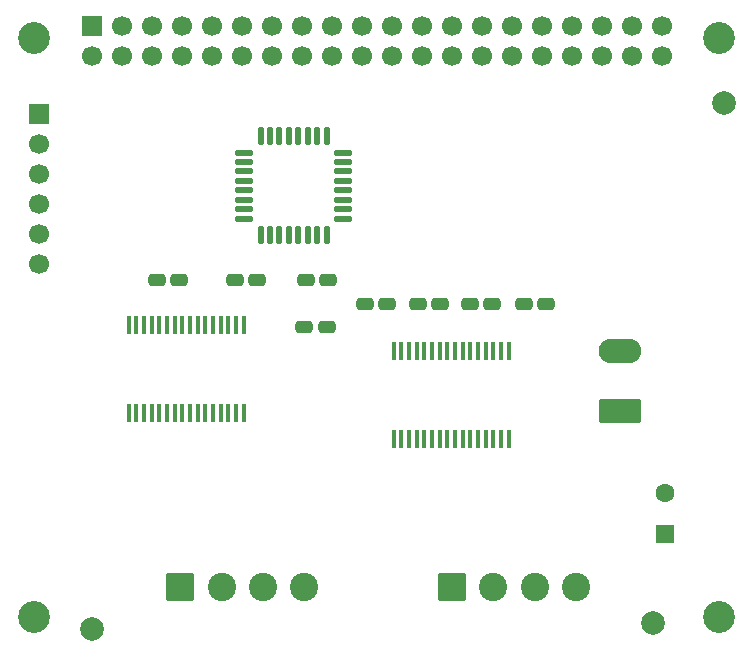
<source format=gts>
%TF.GenerationSoftware,KiCad,Pcbnew,9.0.7*%
%TF.CreationDate,2026-02-05T23:33:27-06:00*%
%TF.ProjectId,dac_amp,6461635f-616d-4702-9e6b-696361645f70,rev?*%
%TF.SameCoordinates,Original*%
%TF.FileFunction,Soldermask,Top*%
%TF.FilePolarity,Negative*%
%FSLAX46Y46*%
G04 Gerber Fmt 4.6, Leading zero omitted, Abs format (unit mm)*
G04 Created by KiCad (PCBNEW 9.0.7) date 2026-02-05 23:33:27*
%MOMM*%
%LPD*%
G01*
G04 APERTURE LIST*
G04 Aperture macros list*
%AMRoundRect*
0 Rectangle with rounded corners*
0 $1 Rounding radius*
0 $2 $3 $4 $5 $6 $7 $8 $9 X,Y pos of 4 corners*
0 Add a 4 corners polygon primitive as box body*
4,1,4,$2,$3,$4,$5,$6,$7,$8,$9,$2,$3,0*
0 Add four circle primitives for the rounded corners*
1,1,$1+$1,$2,$3*
1,1,$1+$1,$4,$5*
1,1,$1+$1,$6,$7*
1,1,$1+$1,$8,$9*
0 Add four rect primitives between the rounded corners*
20,1,$1+$1,$2,$3,$4,$5,0*
20,1,$1+$1,$4,$5,$6,$7,0*
20,1,$1+$1,$6,$7,$8,$9,0*
20,1,$1+$1,$8,$9,$2,$3,0*%
G04 Aperture macros list end*
%ADD10C,2.000000*%
%ADD11RoundRect,0.250001X-0.949999X-0.949999X0.949999X-0.949999X0.949999X0.949999X-0.949999X0.949999X0*%
%ADD12C,2.400000*%
%ADD13RoundRect,0.250000X0.550000X-0.550000X0.550000X0.550000X-0.550000X0.550000X-0.550000X-0.550000X0*%
%ADD14C,1.600000*%
%ADD15RoundRect,0.137500X-0.137500X0.600000X-0.137500X-0.600000X0.137500X-0.600000X0.137500X0.600000X0*%
%ADD16RoundRect,0.137500X-0.600000X0.137500X-0.600000X-0.137500X0.600000X-0.137500X0.600000X0.137500X0*%
%ADD17RoundRect,0.100000X-0.100000X0.687500X-0.100000X-0.687500X0.100000X-0.687500X0.100000X0.687500X0*%
%ADD18R,1.700000X1.700000*%
%ADD19C,1.700000*%
%ADD20RoundRect,0.250001X-0.949999X0.949999X-0.949999X-0.949999X0.949999X-0.949999X0.949999X0.949999X0*%
%ADD21C,2.700000*%
%ADD22RoundRect,0.249999X-1.550001X0.790001X-1.550001X-0.790001X1.550001X-0.790001X1.550001X0.790001X0*%
%ADD23O,3.600000X2.080000*%
%ADD24RoundRect,0.250000X-0.475000X0.250000X-0.475000X-0.250000X0.475000X-0.250000X0.475000X0.250000X0*%
%ADD25RoundRect,0.250000X0.475000X-0.250000X0.475000X0.250000X-0.475000X0.250000X-0.475000X-0.250000X0*%
G04 APERTURE END LIST*
D10*
%TO.C,REF\u002A\u002A*%
X157500000Y-86000000D03*
%TD*%
%TO.C,REF\u002A\u002A*%
X163500000Y-42000000D03*
%TD*%
%TO.C,REF\u002A\u002A*%
X110000000Y-86500000D03*
%TD*%
D11*
%TO.C,J3*%
X117500000Y-83000000D03*
D12*
X121000000Y-83000000D03*
X124500000Y-83000000D03*
X128000000Y-83000000D03*
%TD*%
D13*
%TO.C,C31*%
X158500000Y-78500000D03*
D14*
X158500000Y-75000000D03*
%TD*%
D15*
%TO.C,U1*%
X129887500Y-44837500D03*
X129087500Y-44837500D03*
X128287500Y-44837500D03*
X127487500Y-44837500D03*
X126687500Y-44837500D03*
X125887500Y-44837500D03*
X125087500Y-44837500D03*
X124287500Y-44837500D03*
D16*
X122925000Y-46200000D03*
X122925000Y-47000000D03*
X122925000Y-47800000D03*
X122925000Y-48600000D03*
X122925000Y-49400000D03*
X122925000Y-50200000D03*
X122925000Y-51000000D03*
X122925000Y-51800000D03*
D15*
X124287500Y-53162500D03*
X125087500Y-53162500D03*
X125887500Y-53162500D03*
X126687500Y-53162500D03*
X127487500Y-53162500D03*
X128287500Y-53162500D03*
X129087500Y-53162500D03*
X129887500Y-53162500D03*
D16*
X131250000Y-51800000D03*
X131250000Y-51000000D03*
X131250000Y-50200000D03*
X131250000Y-49400000D03*
X131250000Y-48600000D03*
X131250000Y-47800000D03*
X131250000Y-47000000D03*
X131250000Y-46200000D03*
%TD*%
D17*
%TO.C,U3*%
X122875000Y-60787500D03*
X122225000Y-60787500D03*
X121575000Y-60787500D03*
X120925000Y-60787500D03*
X120275000Y-60787500D03*
X119625000Y-60787500D03*
X118975000Y-60787500D03*
X118325000Y-60787500D03*
X117675000Y-60787500D03*
X117025000Y-60787500D03*
X116375000Y-60787500D03*
X115725000Y-60787500D03*
X115075000Y-60787500D03*
X114425000Y-60787500D03*
X113775000Y-60787500D03*
X113125000Y-60787500D03*
X113125000Y-68212500D03*
X113775000Y-68212500D03*
X114425000Y-68212500D03*
X115075000Y-68212500D03*
X115725000Y-68212500D03*
X116375000Y-68212500D03*
X117025000Y-68212500D03*
X117675000Y-68212500D03*
X118325000Y-68212500D03*
X118975000Y-68212500D03*
X119625000Y-68212500D03*
X120275000Y-68212500D03*
X120925000Y-68212500D03*
X121575000Y-68212500D03*
X122225000Y-68212500D03*
X122875000Y-68212500D03*
%TD*%
D18*
%TO.C,J7*%
X109980000Y-35460000D03*
D19*
X109980000Y-38000000D03*
X112520000Y-35460000D03*
X112520000Y-38000000D03*
X115060000Y-35460000D03*
X115060000Y-38000000D03*
X117600000Y-35460000D03*
X117600000Y-38000000D03*
X120140000Y-35460000D03*
X120140000Y-38000000D03*
X122680000Y-35460000D03*
X122680000Y-38000000D03*
X125220000Y-35460000D03*
X125220000Y-38000000D03*
X127760000Y-35460000D03*
X127760000Y-38000000D03*
X130300000Y-35460000D03*
X130300000Y-38000000D03*
X132840000Y-35460000D03*
X132840000Y-38000000D03*
X135380000Y-35460000D03*
X135380000Y-38000000D03*
X137920000Y-35460000D03*
X137920000Y-38000000D03*
X140460000Y-35460000D03*
X140460000Y-38000000D03*
X143000000Y-35460000D03*
X143000000Y-38000000D03*
X145540000Y-35460000D03*
X145540000Y-38000000D03*
X148080000Y-35460000D03*
X148080000Y-38000000D03*
X150620000Y-35460000D03*
X150620000Y-38000000D03*
X153160000Y-35460000D03*
X153160000Y-38000000D03*
X155700000Y-35460000D03*
X155700000Y-38000000D03*
X158240000Y-35460000D03*
X158240000Y-38000000D03*
%TD*%
D17*
%TO.C,U4*%
X145300000Y-63000000D03*
X144650000Y-63000000D03*
X144000000Y-63000000D03*
X143350000Y-63000000D03*
X142700000Y-63000000D03*
X142050000Y-63000000D03*
X141400000Y-63000000D03*
X140750000Y-63000000D03*
X140100000Y-63000000D03*
X139450000Y-63000000D03*
X138800000Y-63000000D03*
X138150000Y-63000000D03*
X137500000Y-63000000D03*
X136850000Y-63000000D03*
X136200000Y-63000000D03*
X135550000Y-63000000D03*
X135550000Y-70425000D03*
X136200000Y-70425000D03*
X136850000Y-70425000D03*
X137500000Y-70425000D03*
X138150000Y-70425000D03*
X138800000Y-70425000D03*
X139450000Y-70425000D03*
X140100000Y-70425000D03*
X140750000Y-70425000D03*
X141400000Y-70425000D03*
X142050000Y-70425000D03*
X142700000Y-70425000D03*
X143350000Y-70425000D03*
X144000000Y-70425000D03*
X144650000Y-70425000D03*
X145300000Y-70425000D03*
%TD*%
D20*
%TO.C,J4*%
X140500000Y-83000000D03*
D12*
X144000000Y-83000000D03*
X147500000Y-83000000D03*
X151000000Y-83000000D03*
%TD*%
D21*
%TO.C,H1*%
X105100000Y-36520000D03*
%TD*%
%TO.C,H2*%
X163100000Y-36520000D03*
%TD*%
%TO.C,H3*%
X105100000Y-85520000D03*
%TD*%
%TO.C,H4*%
X163100000Y-85520000D03*
%TD*%
D18*
%TO.C,J1*%
X105500000Y-42960000D03*
D19*
X105500000Y-45500000D03*
X105500000Y-48040000D03*
X105500000Y-50580000D03*
X105500000Y-53120000D03*
X105500000Y-55660000D03*
%TD*%
D22*
%TO.C,J2*%
X154722500Y-68045000D03*
D23*
X154722500Y-62965000D03*
%TD*%
D24*
%TO.C,C27*%
X146600000Y-59000000D03*
X148500000Y-59000000D03*
%TD*%
%TO.C,C28*%
X142000000Y-59000000D03*
X143900000Y-59000000D03*
%TD*%
D25*
%TO.C,C25*%
X117400000Y-57000000D03*
X115500000Y-57000000D03*
%TD*%
D24*
%TO.C,C30*%
X133100000Y-59000000D03*
X135000000Y-59000000D03*
%TD*%
%TO.C,C29*%
X137600000Y-59000000D03*
X139500000Y-59000000D03*
%TD*%
D25*
%TO.C,C23*%
X130000000Y-57000000D03*
X128100000Y-57000000D03*
%TD*%
%TO.C,C26*%
X129900000Y-61000000D03*
X128000000Y-61000000D03*
%TD*%
%TO.C,C24*%
X124000000Y-57000000D03*
X122100000Y-57000000D03*
%TD*%
M02*

</source>
